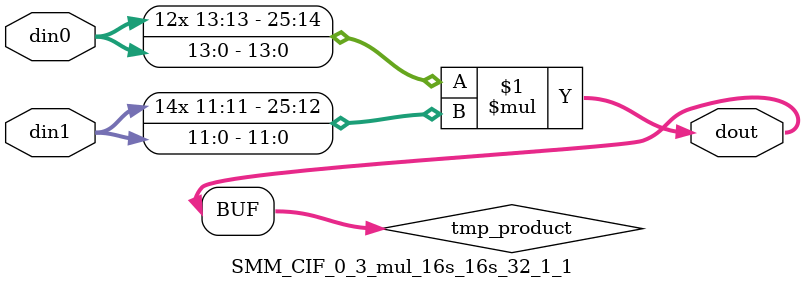
<source format=v>

`timescale 1 ns / 1 ps

  module SMM_CIF_0_3_mul_16s_16s_32_1_1(din0, din1, dout);
parameter ID = 1;
parameter NUM_STAGE = 0;
parameter din0_WIDTH = 14;
parameter din1_WIDTH = 12;
parameter dout_WIDTH = 26;

input [din0_WIDTH - 1 : 0] din0; 
input [din1_WIDTH - 1 : 0] din1; 
output [dout_WIDTH - 1 : 0] dout;

wire signed [dout_WIDTH - 1 : 0] tmp_product;













assign tmp_product = $signed(din0) * $signed(din1);








assign dout = tmp_product;







endmodule

</source>
